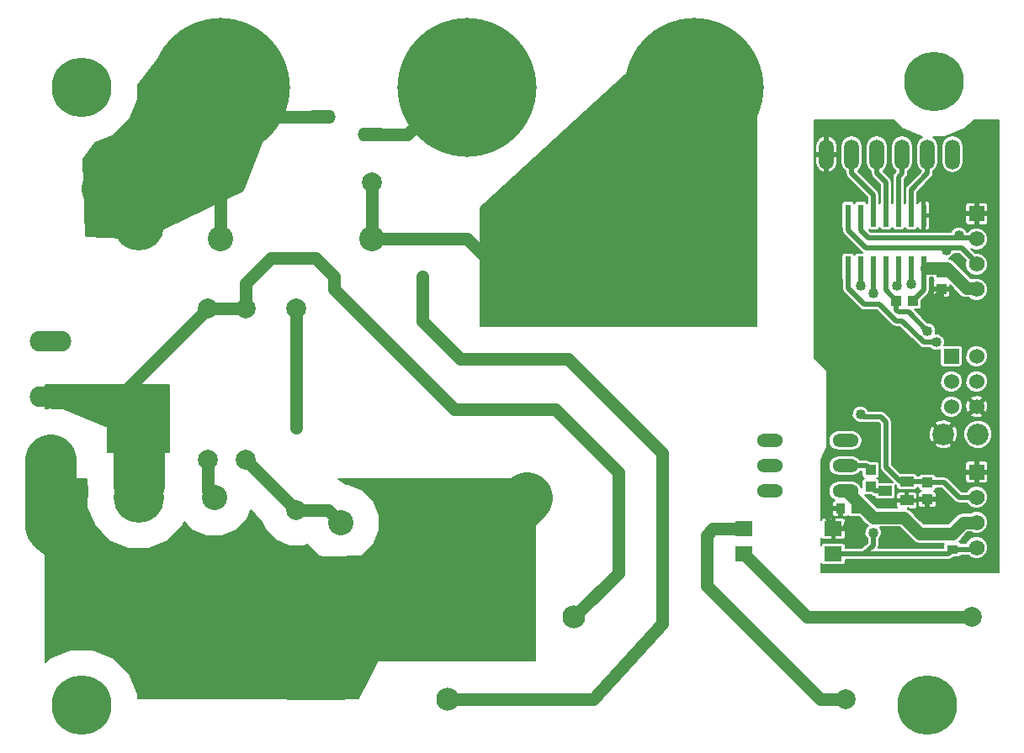
<source format=gbl>
G04 (created by PCBNEW (2013-mar-13)-testing) date Tue 07 May 2013 10:03:09 PM CEST*
%MOIN*%
G04 Gerber Fmt 3.4, Leading zero omitted, Abs format*
%FSLAX34Y34*%
G01*
G70*
G90*
G04 APERTURE LIST*
%ADD10C,2.3622e-06*%
%ADD11R,0.0708661X0.0590551*%
%ADD12C,0.551181*%
%ADD13O,0.165X0.0825*%
%ADD14O,0.0593X0.1187*%
%ADD15C,0.0787*%
%ADD16C,0.0906*%
%ADD17C,0.2*%
%ADD18C,0.0859*%
%ADD19C,0.06*%
%ADD20R,0.06X0.06*%
%ADD21R,0.062X0.062*%
%ADD22C,0.062*%
%ADD23C,0.1575*%
%ADD24O,0.112X0.056*%
%ADD25R,0.0433X0.0354*%
%ADD26C,0.1*%
%ADD27O,0.104X0.052*%
%ADD28R,0.0236X0.0866*%
%ADD29R,0.0393X0.0433*%
%ADD30C,0.2362*%
%ADD31R,0.0551X0.0393*%
%ADD32R,0.0433X0.0393*%
%ADD33R,0.0354X0.0394*%
%ADD34C,0.04*%
%ADD35C,0.05*%
%ADD36C,0.2047*%
%ADD37C,0.02*%
%ADD38C,0.008*%
%ADD39C,0.01*%
G04 APERTURE END LIST*
G54D10*
G54D11*
X67978Y-47250D03*
X67978Y-46250D03*
X71521Y-46250D03*
X71521Y-47250D03*
G54D12*
X47250Y-28750D03*
X57000Y-28750D03*
X66000Y-28750D03*
G54D13*
X40500Y-43200D03*
X40500Y-41000D03*
X40500Y-38800D03*
G54D14*
X71250Y-31400D03*
X72250Y-31400D03*
X73250Y-31400D03*
X74250Y-31400D03*
X75250Y-31400D03*
X76250Y-31400D03*
G54D15*
X72000Y-53000D03*
G54D16*
X56252Y-53000D03*
G54D17*
X44000Y-45000D03*
X44000Y-42000D03*
X44000Y-31200D03*
X44000Y-34200D03*
G54D15*
X46750Y-43500D03*
X46750Y-37500D03*
X48250Y-43500D03*
X48250Y-37500D03*
X50250Y-37500D03*
X50250Y-45500D03*
G54D18*
X77250Y-42500D03*
X75875Y-42500D03*
G54D19*
X77200Y-39400D03*
X76200Y-40400D03*
X77200Y-40400D03*
X76200Y-41400D03*
X77200Y-41400D03*
G54D20*
X76200Y-39400D03*
G54D21*
X77200Y-44000D03*
G54D22*
X77200Y-45000D03*
X77200Y-46000D03*
X77200Y-47000D03*
G54D21*
X77200Y-33750D03*
G54D22*
X77200Y-34750D03*
X77200Y-35750D03*
X77200Y-36750D03*
G54D23*
X59374Y-45000D03*
X59374Y-37126D03*
G54D24*
X51250Y-29900D03*
X53250Y-30600D03*
G54D25*
X76250Y-47062D03*
X76250Y-46438D03*
G54D26*
X52000Y-46000D03*
X52000Y-52000D03*
X47250Y-34750D03*
X53250Y-34750D03*
X47000Y-45000D03*
X47000Y-49000D03*
G54D27*
X72000Y-44750D03*
X72000Y-43750D03*
X72000Y-42750D03*
X69000Y-42750D03*
X69000Y-43750D03*
X69000Y-44750D03*
G54D28*
X75100Y-35873D03*
X74600Y-35873D03*
X74100Y-35873D03*
X73600Y-35873D03*
X73100Y-35873D03*
X72600Y-35873D03*
X72100Y-35873D03*
X72100Y-33827D03*
X72600Y-33827D03*
X73100Y-33827D03*
X73600Y-33827D03*
X74100Y-33827D03*
X74600Y-33827D03*
X75100Y-33827D03*
G54D29*
X74016Y-37200D03*
X74684Y-37200D03*
X75800Y-36066D03*
X75800Y-36734D03*
G54D30*
X41750Y-28750D03*
X75500Y-28500D03*
X41750Y-53250D03*
X75250Y-53250D03*
G54D15*
X47250Y-32500D03*
X53250Y-32500D03*
G54D31*
X74433Y-44376D03*
X74433Y-45124D03*
X73567Y-44750D03*
G54D32*
X73000Y-43916D03*
X73000Y-44584D03*
X75250Y-44416D03*
X75250Y-45084D03*
G54D33*
X72396Y-45450D03*
X71804Y-45450D03*
G54D15*
X77000Y-49750D03*
G54D16*
X61252Y-49750D03*
G54D34*
X76000Y-35200D03*
X75600Y-38850D03*
X55250Y-36250D03*
X75250Y-38400D03*
X76500Y-34600D03*
X74300Y-46700D03*
X73600Y-46700D03*
X72200Y-46700D03*
X72100Y-46100D03*
X71300Y-45600D03*
X75550Y-37850D03*
X75350Y-37250D03*
X76000Y-45750D03*
X75250Y-45750D03*
X74600Y-36550D03*
X74050Y-36600D03*
X50250Y-42250D03*
X72600Y-41700D03*
X72600Y-36600D03*
X73100Y-36900D03*
X73100Y-46400D03*
G54D35*
X57000Y-41500D02*
X56500Y-41500D01*
X57000Y-41500D02*
X60500Y-41500D01*
X63000Y-44000D02*
X60500Y-41500D01*
X49250Y-35500D02*
X51000Y-35500D01*
X48250Y-36500D02*
X49250Y-35500D01*
X48250Y-36500D02*
X48250Y-37500D01*
X51750Y-36250D02*
X51000Y-35500D01*
X51750Y-36750D02*
X51750Y-36250D01*
X56500Y-41500D02*
X51750Y-36750D01*
X46750Y-37500D02*
X43250Y-41000D01*
X43250Y-41000D02*
X40500Y-41000D01*
G54D36*
X44000Y-44500D02*
X44000Y-41500D01*
G54D35*
X63000Y-44000D02*
X63000Y-44250D01*
X63000Y-48002D02*
X61250Y-49750D01*
X63000Y-44250D02*
X63000Y-48002D01*
X63000Y-44000D02*
X63002Y-44002D01*
X46750Y-37500D02*
X48250Y-37500D01*
G54D37*
X76000Y-35200D02*
X76000Y-35100D01*
X72100Y-33827D02*
X72100Y-34400D01*
X76600Y-35100D02*
X77200Y-35700D01*
X72800Y-35100D02*
X76000Y-35100D01*
X76000Y-35100D02*
X76600Y-35100D01*
X72100Y-34400D02*
X72800Y-35100D01*
X74250Y-38000D02*
X74000Y-38000D01*
X72100Y-36700D02*
X72100Y-35873D01*
X72750Y-37350D02*
X72100Y-36700D01*
X73350Y-37350D02*
X72750Y-37350D01*
X74000Y-38000D02*
X73350Y-37350D01*
X75600Y-38850D02*
X75100Y-38850D01*
X75100Y-38850D02*
X74250Y-38000D01*
G54D35*
X64750Y-43250D02*
X61000Y-39500D01*
X61000Y-39500D02*
X60750Y-39500D01*
X55250Y-36250D02*
X55250Y-38000D01*
X55250Y-38000D02*
X56750Y-39500D01*
X56750Y-39500D02*
X60750Y-39500D01*
X53250Y-30600D02*
X54650Y-30600D01*
X54650Y-30600D02*
X57000Y-28250D01*
X56250Y-53000D02*
X62000Y-53000D01*
X64750Y-50000D02*
X64750Y-43250D01*
X62000Y-53000D02*
X64750Y-50000D01*
G54D37*
X74016Y-37200D02*
X74016Y-37566D01*
X74500Y-37650D02*
X75250Y-38400D01*
X74100Y-37650D02*
X74500Y-37650D01*
X74016Y-37566D02*
X74100Y-37650D01*
X74016Y-37200D02*
X73600Y-36784D01*
X73600Y-36784D02*
X73600Y-35873D01*
X75200Y-38350D02*
X75250Y-38400D01*
X73600Y-35873D02*
X73600Y-36684D01*
X72600Y-33827D02*
X72600Y-34400D01*
X72600Y-34400D02*
X72900Y-34700D01*
X76500Y-34600D02*
X76500Y-34700D01*
X72900Y-34700D02*
X76500Y-34700D01*
X76500Y-34700D02*
X77200Y-34700D01*
X71525Y-46250D02*
X71225Y-45675D01*
X73600Y-46700D02*
X74300Y-46700D01*
X72200Y-46200D02*
X72200Y-46700D01*
X72100Y-46100D02*
X72200Y-46200D01*
X71225Y-45675D02*
X71300Y-45600D01*
X75800Y-36734D02*
X75800Y-36800D01*
X75800Y-36800D02*
X75350Y-37250D01*
X75250Y-45084D02*
X75250Y-45750D01*
X40500Y-43200D02*
X40500Y-44150D01*
G54D36*
X50000Y-52000D02*
X47000Y-49000D01*
X40500Y-46143D02*
X40500Y-44150D01*
X40500Y-44150D02*
X40500Y-43500D01*
X59374Y-45000D02*
X56124Y-48250D01*
X43250Y-48500D02*
X40500Y-46143D01*
X40500Y-46143D02*
X40700Y-46350D01*
X43750Y-48500D02*
X43250Y-48500D01*
X56124Y-48250D02*
X43750Y-48500D01*
X52000Y-52000D02*
X50000Y-52000D01*
G54D37*
X74600Y-36550D02*
X74600Y-35873D01*
X74100Y-36550D02*
X74050Y-36600D01*
X74100Y-36550D02*
X74100Y-35873D01*
G54D35*
X53250Y-32500D02*
X53250Y-34750D01*
X53250Y-34750D02*
X56998Y-34750D01*
X56998Y-34750D02*
X59374Y-37126D01*
G54D36*
X66000Y-28250D02*
X66000Y-30500D01*
X66000Y-30500D02*
X59374Y-37126D01*
G54D37*
X73000Y-43916D02*
X72834Y-43750D01*
X72834Y-43750D02*
X72000Y-43750D01*
X73567Y-44750D02*
X73166Y-44750D01*
X73166Y-44750D02*
X73000Y-44584D01*
X73000Y-44584D02*
X73099Y-44683D01*
G54D35*
X51250Y-29900D02*
X48900Y-29900D01*
X48900Y-29900D02*
X47250Y-28250D01*
X47250Y-32500D02*
X47250Y-34750D01*
G54D36*
X42750Y-32750D02*
X47250Y-28250D01*
X47250Y-30250D02*
X43750Y-33750D01*
X47250Y-28250D02*
X47250Y-30250D01*
G54D35*
X46750Y-43500D02*
X46750Y-44750D01*
X46750Y-44750D02*
X47000Y-45000D01*
G54D37*
X73100Y-33827D02*
X73100Y-33000D01*
X72250Y-32150D02*
X72250Y-31400D01*
X73100Y-33000D02*
X72250Y-32150D01*
X73600Y-33827D02*
X73600Y-32500D01*
X73250Y-32150D02*
X73250Y-31400D01*
X73600Y-32500D02*
X73250Y-32150D01*
X74100Y-33827D02*
X74100Y-32300D01*
X74250Y-32150D02*
X74250Y-31400D01*
X74100Y-32300D02*
X74250Y-32150D01*
X74600Y-33827D02*
X74600Y-32800D01*
X75250Y-32150D02*
X75250Y-31400D01*
X74600Y-32800D02*
X75250Y-32150D01*
G54D35*
X67978Y-46250D02*
X66750Y-46250D01*
X71000Y-53000D02*
X72000Y-53000D01*
X66500Y-48500D02*
X71000Y-53000D01*
X66500Y-46500D02*
X66500Y-48500D01*
X66750Y-46250D02*
X66500Y-46500D01*
X77000Y-49750D02*
X70478Y-49750D01*
X70478Y-49750D02*
X67978Y-47250D01*
X51500Y-45500D02*
X52000Y-46000D01*
X50250Y-45500D02*
X51500Y-45500D01*
X48250Y-43500D02*
X50250Y-45500D01*
X50250Y-42250D02*
X50250Y-37500D01*
G54D37*
X75250Y-44416D02*
X75916Y-44416D01*
X76500Y-45000D02*
X77200Y-45000D01*
X75916Y-44416D02*
X76500Y-45000D01*
X74433Y-44376D02*
X75210Y-44376D01*
X75210Y-44376D02*
X75250Y-44416D01*
X72600Y-35873D02*
X72600Y-36600D01*
X74176Y-44376D02*
X74433Y-44376D01*
X73400Y-41800D02*
X72700Y-41800D01*
X73600Y-42000D02*
X73400Y-41800D01*
X73600Y-43800D02*
X73600Y-42000D01*
X74176Y-44376D02*
X73600Y-43800D01*
X72700Y-41800D02*
X72600Y-41700D01*
X75800Y-36066D02*
X75966Y-35900D01*
X75966Y-35900D02*
X76000Y-35900D01*
X75100Y-35873D02*
X75100Y-36784D01*
X75100Y-36784D02*
X74684Y-37200D01*
X72396Y-45450D02*
X72396Y-45146D01*
X72396Y-45146D02*
X72000Y-44750D01*
G54D35*
X74938Y-46438D02*
X76250Y-46438D01*
X74300Y-45800D02*
X74938Y-46438D01*
X77200Y-46000D02*
X76688Y-46000D01*
X76688Y-46000D02*
X76250Y-46438D01*
X72000Y-44750D02*
X72050Y-44750D01*
X73100Y-45800D02*
X74300Y-45800D01*
X72050Y-44750D02*
X73100Y-45800D01*
X76000Y-35900D02*
X75200Y-35900D01*
X77200Y-36700D02*
X76800Y-36700D01*
G54D37*
X75127Y-35900D02*
X75100Y-35873D01*
X75200Y-35900D02*
X75127Y-35900D01*
G54D35*
X76800Y-36700D02*
X76000Y-35900D01*
G54D37*
X71525Y-47250D02*
X72750Y-47250D01*
X73100Y-46900D02*
X73100Y-46400D01*
X72750Y-47250D02*
X73100Y-46900D01*
X73100Y-36900D02*
X73100Y-35873D01*
X73050Y-46450D02*
X73100Y-46400D01*
X76250Y-47062D02*
X77138Y-47062D01*
X77138Y-47062D02*
X77200Y-47000D01*
X71525Y-47250D02*
X76062Y-47250D01*
X76062Y-47250D02*
X76250Y-47062D01*
X71750Y-47250D02*
X71525Y-47250D01*
G54D10*
G36*
X75905Y-46828D02*
X75893Y-46857D01*
X75893Y-46912D01*
X75893Y-47010D01*
X73309Y-47010D01*
X73321Y-46991D01*
X73339Y-46900D01*
X73340Y-46900D01*
X73340Y-46640D01*
X73388Y-46592D01*
X73439Y-46467D01*
X73440Y-46332D01*
X73388Y-46207D01*
X73370Y-46190D01*
X74138Y-46190D01*
X74662Y-46713D01*
X74788Y-46798D01*
X74788Y-46798D01*
X74938Y-46828D01*
X75905Y-46828D01*
X75905Y-46828D01*
G37*
G54D38*
X75905Y-46828D02*
X75893Y-46857D01*
X75893Y-46912D01*
X75893Y-47010D01*
X73309Y-47010D01*
X73321Y-46991D01*
X73339Y-46900D01*
X73340Y-46900D01*
X73340Y-46640D01*
X73388Y-46592D01*
X73439Y-46467D01*
X73440Y-46332D01*
X73388Y-46207D01*
X73370Y-46190D01*
X74138Y-46190D01*
X74662Y-46713D01*
X74788Y-46798D01*
X74788Y-46798D01*
X74938Y-46828D01*
X75905Y-46828D01*
G54D10*
G36*
X78090Y-47960D02*
X77819Y-47960D01*
X77819Y-42387D01*
X77733Y-42177D01*
X77646Y-42090D01*
X77646Y-41445D01*
X77640Y-41379D01*
X77640Y-40312D01*
X77640Y-39312D01*
X77573Y-39151D01*
X77449Y-39027D01*
X77287Y-38960D01*
X77112Y-38959D01*
X76951Y-39026D01*
X76827Y-39150D01*
X76760Y-39312D01*
X76759Y-39487D01*
X76826Y-39648D01*
X76950Y-39772D01*
X77112Y-39839D01*
X77287Y-39840D01*
X77448Y-39773D01*
X77572Y-39649D01*
X77639Y-39487D01*
X77640Y-39312D01*
X77640Y-40312D01*
X77573Y-40151D01*
X77449Y-40027D01*
X77287Y-39960D01*
X77112Y-39959D01*
X76951Y-40026D01*
X76827Y-40150D01*
X76760Y-40312D01*
X76759Y-40487D01*
X76826Y-40648D01*
X76950Y-40772D01*
X77112Y-40839D01*
X77287Y-40840D01*
X77448Y-40773D01*
X77572Y-40649D01*
X77639Y-40487D01*
X77640Y-40312D01*
X77640Y-41379D01*
X77629Y-41271D01*
X77594Y-41187D01*
X77531Y-41153D01*
X77446Y-41237D01*
X77446Y-41068D01*
X77412Y-41005D01*
X77245Y-40953D01*
X77071Y-40970D01*
X76987Y-41005D01*
X76953Y-41068D01*
X77200Y-41315D01*
X77446Y-41068D01*
X77446Y-41237D01*
X77284Y-41400D01*
X77531Y-41646D01*
X77594Y-41612D01*
X77646Y-41445D01*
X77646Y-42090D01*
X77573Y-42017D01*
X77446Y-41965D01*
X77446Y-41731D01*
X77200Y-41484D01*
X77115Y-41569D01*
X77115Y-41400D01*
X76868Y-41153D01*
X76805Y-41187D01*
X76753Y-41354D01*
X76770Y-41528D01*
X76805Y-41612D01*
X76868Y-41646D01*
X77115Y-41400D01*
X77115Y-41569D01*
X76953Y-41731D01*
X76987Y-41794D01*
X77154Y-41846D01*
X77328Y-41829D01*
X77412Y-41794D01*
X77446Y-41731D01*
X77446Y-41965D01*
X77363Y-41930D01*
X77137Y-41930D01*
X76927Y-42016D01*
X76767Y-42176D01*
X76680Y-42386D01*
X76680Y-42612D01*
X76766Y-42822D01*
X76926Y-42982D01*
X77136Y-43069D01*
X77362Y-43069D01*
X77572Y-42983D01*
X77732Y-42823D01*
X77819Y-42613D01*
X77819Y-42387D01*
X77819Y-47960D01*
X75500Y-47960D01*
X74750Y-47960D01*
X71040Y-47960D01*
X71040Y-47603D01*
X71048Y-47624D01*
X71087Y-47663D01*
X71139Y-47685D01*
X71195Y-47685D01*
X71903Y-47685D01*
X71955Y-47664D01*
X71994Y-47624D01*
X72015Y-47573D01*
X72016Y-47517D01*
X72016Y-47490D01*
X72750Y-47490D01*
X76062Y-47490D01*
X76153Y-47471D01*
X76231Y-47419D01*
X76272Y-47379D01*
X76494Y-47379D01*
X76545Y-47357D01*
X76585Y-47318D01*
X76591Y-47302D01*
X76865Y-47302D01*
X76944Y-47381D01*
X77110Y-47449D01*
X77289Y-47450D01*
X77454Y-47381D01*
X77581Y-47255D01*
X77649Y-47089D01*
X77650Y-46910D01*
X77581Y-46745D01*
X77455Y-46618D01*
X77289Y-46550D01*
X77110Y-46549D01*
X76945Y-46618D01*
X76818Y-46744D01*
X76786Y-46822D01*
X76591Y-46822D01*
X76585Y-46805D01*
X76545Y-46766D01*
X76506Y-46749D01*
X76545Y-46733D01*
X76585Y-46694D01*
X76606Y-46642D01*
X76606Y-46633D01*
X76849Y-46390D01*
X76965Y-46390D01*
X77110Y-46449D01*
X77289Y-46450D01*
X77454Y-46381D01*
X77581Y-46255D01*
X77649Y-46089D01*
X77650Y-45910D01*
X77581Y-45745D01*
X77455Y-45618D01*
X77289Y-45550D01*
X77110Y-45549D01*
X76965Y-45610D01*
X76688Y-45610D01*
X76538Y-45639D01*
X76412Y-45724D01*
X76412Y-45724D01*
X76412Y-45724D01*
X76088Y-46048D01*
X75606Y-46048D01*
X75606Y-45308D01*
X75606Y-45179D01*
X75571Y-45144D01*
X75310Y-45144D01*
X75310Y-45385D01*
X75345Y-45420D01*
X75438Y-45420D01*
X75494Y-45420D01*
X75545Y-45399D01*
X75585Y-45359D01*
X75606Y-45308D01*
X75606Y-46048D01*
X75190Y-46048D01*
X75190Y-45385D01*
X75190Y-45144D01*
X74928Y-45144D01*
X74893Y-45179D01*
X74893Y-45308D01*
X74914Y-45359D01*
X74954Y-45399D01*
X75005Y-45420D01*
X75061Y-45420D01*
X75155Y-45420D01*
X75190Y-45385D01*
X75190Y-46048D01*
X75099Y-46048D01*
X74848Y-45796D01*
X74575Y-45524D01*
X74480Y-45460D01*
X74493Y-45460D01*
X74493Y-45425D01*
X74528Y-45460D01*
X74680Y-45460D01*
X74736Y-45460D01*
X74787Y-45439D01*
X74827Y-45399D01*
X74848Y-45348D01*
X74848Y-44899D01*
X74827Y-44848D01*
X74787Y-44808D01*
X74736Y-44787D01*
X74680Y-44787D01*
X74528Y-44787D01*
X74493Y-44822D01*
X74493Y-45064D01*
X74813Y-45064D01*
X74848Y-45029D01*
X74848Y-44899D01*
X74848Y-45348D01*
X74848Y-45219D01*
X74813Y-45184D01*
X74493Y-45184D01*
X74493Y-45191D01*
X74373Y-45191D01*
X74373Y-45184D01*
X74373Y-45064D01*
X74373Y-44822D01*
X74338Y-44787D01*
X74185Y-44787D01*
X74129Y-44787D01*
X74078Y-44808D01*
X74038Y-44848D01*
X74017Y-44899D01*
X74017Y-45029D01*
X74052Y-45064D01*
X74373Y-45064D01*
X74373Y-45184D01*
X74052Y-45184D01*
X74017Y-45219D01*
X74017Y-45348D01*
X74038Y-45399D01*
X74049Y-45410D01*
X73261Y-45410D01*
X72772Y-44920D01*
X72811Y-44920D01*
X72997Y-44920D01*
X73074Y-44971D01*
X73157Y-44988D01*
X73172Y-45025D01*
X73212Y-45065D01*
X73263Y-45086D01*
X73319Y-45086D01*
X73870Y-45086D01*
X73921Y-45065D01*
X73961Y-45025D01*
X73982Y-44974D01*
X73982Y-44918D01*
X73982Y-44525D01*
X73979Y-44519D01*
X74006Y-44545D01*
X74017Y-44553D01*
X74017Y-44600D01*
X74038Y-44651D01*
X74078Y-44691D01*
X74129Y-44712D01*
X74185Y-44712D01*
X74736Y-44712D01*
X74787Y-44691D01*
X74827Y-44651D01*
X74842Y-44616D01*
X74893Y-44616D01*
X74893Y-44640D01*
X74914Y-44691D01*
X74954Y-44731D01*
X74999Y-44750D01*
X74954Y-44768D01*
X74914Y-44808D01*
X74893Y-44859D01*
X74893Y-44989D01*
X74928Y-45024D01*
X75190Y-45024D01*
X75190Y-45016D01*
X75310Y-45016D01*
X75310Y-45024D01*
X75571Y-45024D01*
X75606Y-44989D01*
X75606Y-44859D01*
X75585Y-44808D01*
X75545Y-44768D01*
X75500Y-44749D01*
X75545Y-44731D01*
X75585Y-44691D01*
X75600Y-44656D01*
X75816Y-44656D01*
X76330Y-45169D01*
X76330Y-45169D01*
X76408Y-45221D01*
X76499Y-45239D01*
X76500Y-45240D01*
X76812Y-45240D01*
X76818Y-45254D01*
X76944Y-45381D01*
X77110Y-45449D01*
X77289Y-45450D01*
X77454Y-45381D01*
X77581Y-45255D01*
X77649Y-45089D01*
X77650Y-44910D01*
X77650Y-44910D01*
X77650Y-44337D01*
X77650Y-43662D01*
X77628Y-43610D01*
X77589Y-43571D01*
X77537Y-43550D01*
X77482Y-43549D01*
X77295Y-43550D01*
X77260Y-43585D01*
X77260Y-43940D01*
X77615Y-43940D01*
X77650Y-43905D01*
X77650Y-43662D01*
X77650Y-44337D01*
X77650Y-44095D01*
X77615Y-44060D01*
X77260Y-44060D01*
X77260Y-44415D01*
X77295Y-44450D01*
X77482Y-44450D01*
X77537Y-44449D01*
X77589Y-44428D01*
X77628Y-44389D01*
X77650Y-44337D01*
X77650Y-44910D01*
X77581Y-44745D01*
X77455Y-44618D01*
X77289Y-44550D01*
X77140Y-44549D01*
X77140Y-44415D01*
X77140Y-44060D01*
X77140Y-43940D01*
X77140Y-43585D01*
X77105Y-43550D01*
X76917Y-43549D01*
X76862Y-43550D01*
X76810Y-43571D01*
X76771Y-43610D01*
X76749Y-43662D01*
X76750Y-43905D01*
X76785Y-43940D01*
X77140Y-43940D01*
X77140Y-44060D01*
X76785Y-44060D01*
X76750Y-44095D01*
X76749Y-44337D01*
X76771Y-44389D01*
X76810Y-44428D01*
X76862Y-44449D01*
X76917Y-44450D01*
X77105Y-44450D01*
X77140Y-44415D01*
X77140Y-44549D01*
X77110Y-44549D01*
X76945Y-44618D01*
X76818Y-44744D01*
X76812Y-44760D01*
X76640Y-44760D01*
X76640Y-41312D01*
X76640Y-40312D01*
X76573Y-40151D01*
X76449Y-40027D01*
X76287Y-39960D01*
X76112Y-39959D01*
X75951Y-40026D01*
X75827Y-40150D01*
X75760Y-40312D01*
X75759Y-40487D01*
X75826Y-40648D01*
X75950Y-40772D01*
X76112Y-40839D01*
X76287Y-40840D01*
X76448Y-40773D01*
X76572Y-40649D01*
X76639Y-40487D01*
X76640Y-40312D01*
X76640Y-41312D01*
X76573Y-41151D01*
X76449Y-41027D01*
X76287Y-40960D01*
X76112Y-40959D01*
X75951Y-41026D01*
X75827Y-41150D01*
X75760Y-41312D01*
X75759Y-41487D01*
X75826Y-41648D01*
X75950Y-41772D01*
X76112Y-41839D01*
X76287Y-41840D01*
X76448Y-41773D01*
X76572Y-41649D01*
X76639Y-41487D01*
X76640Y-41312D01*
X76640Y-44760D01*
X76599Y-44760D01*
X76450Y-44611D01*
X76450Y-42576D01*
X76436Y-42350D01*
X76377Y-42209D01*
X76300Y-42158D01*
X76216Y-42243D01*
X76216Y-42074D01*
X76165Y-41997D01*
X75951Y-41924D01*
X75725Y-41938D01*
X75584Y-41997D01*
X75533Y-42074D01*
X75875Y-42415D01*
X76216Y-42074D01*
X76216Y-42243D01*
X75959Y-42500D01*
X76300Y-42841D01*
X76377Y-42790D01*
X76450Y-42576D01*
X76450Y-44611D01*
X76216Y-44376D01*
X76216Y-42925D01*
X75875Y-42584D01*
X75790Y-42669D01*
X75790Y-42500D01*
X75449Y-42158D01*
X75372Y-42209D01*
X75299Y-42423D01*
X75313Y-42649D01*
X75372Y-42790D01*
X75449Y-42841D01*
X75790Y-42500D01*
X75790Y-42669D01*
X75533Y-42925D01*
X75584Y-43002D01*
X75798Y-43075D01*
X76024Y-43061D01*
X76165Y-43002D01*
X76216Y-42925D01*
X76216Y-44376D01*
X76085Y-44246D01*
X76007Y-44194D01*
X75916Y-44176D01*
X75600Y-44176D01*
X75585Y-44140D01*
X75545Y-44100D01*
X75494Y-44079D01*
X75438Y-44079D01*
X75005Y-44079D01*
X74954Y-44100D01*
X74918Y-44136D01*
X74842Y-44136D01*
X74827Y-44100D01*
X74787Y-44060D01*
X74736Y-44039D01*
X74680Y-44039D01*
X74178Y-44039D01*
X73840Y-43700D01*
X73840Y-42000D01*
X73821Y-41908D01*
X73769Y-41830D01*
X73769Y-41830D01*
X73569Y-41630D01*
X73491Y-41578D01*
X73400Y-41560D01*
X72910Y-41560D01*
X72888Y-41507D01*
X72792Y-41411D01*
X72667Y-41360D01*
X72532Y-41359D01*
X72407Y-41411D01*
X72311Y-41507D01*
X72260Y-41632D01*
X72259Y-41767D01*
X72311Y-41892D01*
X72407Y-41988D01*
X72532Y-42039D01*
X72667Y-42040D01*
X72678Y-42035D01*
X72678Y-42035D01*
X72700Y-42040D01*
X73300Y-42040D01*
X73360Y-42099D01*
X73360Y-43800D01*
X73378Y-43891D01*
X73430Y-43969D01*
X73876Y-44416D01*
X73870Y-44413D01*
X73814Y-44413D01*
X73356Y-44413D01*
X73356Y-44359D01*
X73335Y-44308D01*
X73295Y-44268D01*
X73250Y-44249D01*
X73295Y-44231D01*
X73335Y-44191D01*
X73356Y-44140D01*
X73356Y-44084D01*
X73356Y-43691D01*
X73335Y-43640D01*
X73295Y-43600D01*
X73244Y-43579D01*
X73188Y-43579D01*
X73002Y-43579D01*
X72925Y-43528D01*
X72834Y-43510D01*
X72672Y-43510D01*
X72672Y-42750D01*
X72642Y-42596D01*
X72555Y-42467D01*
X72426Y-42380D01*
X72272Y-42350D01*
X71727Y-42350D01*
X71686Y-42358D01*
X71686Y-31757D01*
X71686Y-31460D01*
X71686Y-31340D01*
X71686Y-31043D01*
X71630Y-30880D01*
X71516Y-30751D01*
X71376Y-30685D01*
X71310Y-30706D01*
X71310Y-31340D01*
X71686Y-31340D01*
X71686Y-31460D01*
X71310Y-31460D01*
X71310Y-32093D01*
X71376Y-32114D01*
X71516Y-32048D01*
X71630Y-31919D01*
X71686Y-31757D01*
X71686Y-42358D01*
X71573Y-42380D01*
X71444Y-42467D01*
X71357Y-42596D01*
X71327Y-42750D01*
X71357Y-42903D01*
X71444Y-43032D01*
X71573Y-43119D01*
X71727Y-43150D01*
X72272Y-43150D01*
X72426Y-43119D01*
X72555Y-43032D01*
X72642Y-42903D01*
X72672Y-42750D01*
X72672Y-43510D01*
X72584Y-43510D01*
X72555Y-43467D01*
X72426Y-43380D01*
X72272Y-43350D01*
X71727Y-43350D01*
X71573Y-43380D01*
X71444Y-43467D01*
X71357Y-43596D01*
X71327Y-43750D01*
X71357Y-43903D01*
X71444Y-44032D01*
X71573Y-44119D01*
X71727Y-44150D01*
X72272Y-44150D01*
X72426Y-44119D01*
X72555Y-44032D01*
X72584Y-43990D01*
X72643Y-43990D01*
X72643Y-44140D01*
X72664Y-44191D01*
X72704Y-44231D01*
X72749Y-44250D01*
X72704Y-44268D01*
X72664Y-44308D01*
X72643Y-44359D01*
X72643Y-44415D01*
X72643Y-44601D01*
X72642Y-44596D01*
X72555Y-44467D01*
X72426Y-44380D01*
X72272Y-44350D01*
X71727Y-44350D01*
X71573Y-44380D01*
X71444Y-44467D01*
X71357Y-44596D01*
X71327Y-44750D01*
X71357Y-44903D01*
X71444Y-45032D01*
X71573Y-45119D01*
X71580Y-45120D01*
X71547Y-45134D01*
X71508Y-45173D01*
X71487Y-45225D01*
X71486Y-45280D01*
X71487Y-45355D01*
X71522Y-45390D01*
X71744Y-45390D01*
X71744Y-45382D01*
X71864Y-45382D01*
X71864Y-45390D01*
X71871Y-45390D01*
X71871Y-45510D01*
X71864Y-45510D01*
X71864Y-45752D01*
X71899Y-45787D01*
X72008Y-45787D01*
X72060Y-45765D01*
X72099Y-45726D01*
X72099Y-45725D01*
X72100Y-45726D01*
X72139Y-45765D01*
X72191Y-45786D01*
X72246Y-45787D01*
X72535Y-45787D01*
X72824Y-46075D01*
X72895Y-46123D01*
X72811Y-46207D01*
X72760Y-46332D01*
X72759Y-46467D01*
X72811Y-46592D01*
X72860Y-46640D01*
X72860Y-46800D01*
X72650Y-47010D01*
X72016Y-47010D01*
X72016Y-46926D01*
X72016Y-46517D01*
X72016Y-45982D01*
X72015Y-45926D01*
X71994Y-45875D01*
X71955Y-45835D01*
X71903Y-45814D01*
X71744Y-45814D01*
X71744Y-45752D01*
X71744Y-45510D01*
X71522Y-45510D01*
X71487Y-45545D01*
X71486Y-45619D01*
X71487Y-45674D01*
X71508Y-45726D01*
X71547Y-45765D01*
X71599Y-45787D01*
X71709Y-45787D01*
X71744Y-45752D01*
X71744Y-45814D01*
X71616Y-45814D01*
X71581Y-45849D01*
X71581Y-46190D01*
X71980Y-46190D01*
X72015Y-46155D01*
X72016Y-45982D01*
X72016Y-46517D01*
X72015Y-46345D01*
X71980Y-46310D01*
X71581Y-46310D01*
X71581Y-46650D01*
X71616Y-46685D01*
X71903Y-46685D01*
X71955Y-46664D01*
X71994Y-46624D01*
X72015Y-46573D01*
X72016Y-46517D01*
X72016Y-46926D01*
X71994Y-46875D01*
X71955Y-46836D01*
X71903Y-46814D01*
X71848Y-46814D01*
X71139Y-46814D01*
X71088Y-46835D01*
X71048Y-46875D01*
X71040Y-46896D01*
X71040Y-46603D01*
X71048Y-46624D01*
X71088Y-46664D01*
X71139Y-46685D01*
X71426Y-46685D01*
X71461Y-46650D01*
X71461Y-46310D01*
X71453Y-46310D01*
X71453Y-46190D01*
X71461Y-46190D01*
X71461Y-45849D01*
X71426Y-45814D01*
X71139Y-45814D01*
X71088Y-45835D01*
X71048Y-45875D01*
X71040Y-45896D01*
X71040Y-43509D01*
X71290Y-43009D01*
X71290Y-39983D01*
X71190Y-39883D01*
X71190Y-32093D01*
X71190Y-31460D01*
X71190Y-31340D01*
X71190Y-30706D01*
X71123Y-30685D01*
X70983Y-30751D01*
X70869Y-30880D01*
X70813Y-31043D01*
X70813Y-31340D01*
X71190Y-31340D01*
X71190Y-31460D01*
X70813Y-31460D01*
X70813Y-31757D01*
X70869Y-31919D01*
X70983Y-32048D01*
X71123Y-32114D01*
X71190Y-32093D01*
X71190Y-39883D01*
X70790Y-39483D01*
X70790Y-30040D01*
X73899Y-30040D01*
X74240Y-30381D01*
X75040Y-30713D01*
X74941Y-30779D01*
X74846Y-30921D01*
X74813Y-31088D01*
X74813Y-31711D01*
X74846Y-31878D01*
X74941Y-32020D01*
X75000Y-32059D01*
X74430Y-32630D01*
X74378Y-32708D01*
X74360Y-32800D01*
X74360Y-33322D01*
X74349Y-33346D01*
X74340Y-33322D01*
X74340Y-32399D01*
X74419Y-32319D01*
X74419Y-32319D01*
X74471Y-32241D01*
X74489Y-32150D01*
X74490Y-32150D01*
X74490Y-32065D01*
X74558Y-32020D01*
X74653Y-31878D01*
X74686Y-31711D01*
X74686Y-31088D01*
X74653Y-30921D01*
X74558Y-30779D01*
X74417Y-30685D01*
X74250Y-30652D01*
X74082Y-30685D01*
X73941Y-30779D01*
X73846Y-30921D01*
X73813Y-31088D01*
X73813Y-31711D01*
X73846Y-31878D01*
X73941Y-32020D01*
X74000Y-32059D01*
X73930Y-32130D01*
X73878Y-32208D01*
X73860Y-32300D01*
X73860Y-33322D01*
X73849Y-33346D01*
X73840Y-33322D01*
X73840Y-32500D01*
X73839Y-32499D01*
X73821Y-32408D01*
X73769Y-32330D01*
X73769Y-32330D01*
X73499Y-32059D01*
X73558Y-32020D01*
X73653Y-31878D01*
X73686Y-31711D01*
X73686Y-31088D01*
X73653Y-30921D01*
X73558Y-30779D01*
X73417Y-30685D01*
X73250Y-30652D01*
X73082Y-30685D01*
X72941Y-30779D01*
X72846Y-30921D01*
X72813Y-31088D01*
X72813Y-31711D01*
X72846Y-31878D01*
X72941Y-32020D01*
X73010Y-32065D01*
X73010Y-32150D01*
X73028Y-32241D01*
X73080Y-32319D01*
X73360Y-32599D01*
X73360Y-33322D01*
X73349Y-33346D01*
X73340Y-33322D01*
X73340Y-33000D01*
X73321Y-32908D01*
X73269Y-32830D01*
X72499Y-32059D01*
X72558Y-32020D01*
X72653Y-31878D01*
X72686Y-31711D01*
X72686Y-31088D01*
X72653Y-30921D01*
X72558Y-30779D01*
X72417Y-30685D01*
X72250Y-30652D01*
X72082Y-30685D01*
X71941Y-30779D01*
X71846Y-30921D01*
X71813Y-31088D01*
X71813Y-31711D01*
X71846Y-31878D01*
X71941Y-32020D01*
X72010Y-32065D01*
X72010Y-32150D01*
X72028Y-32241D01*
X72080Y-32319D01*
X72860Y-33099D01*
X72860Y-33322D01*
X72849Y-33346D01*
X72836Y-33314D01*
X72797Y-33275D01*
X72745Y-33254D01*
X72690Y-33253D01*
X72454Y-33253D01*
X72402Y-33275D01*
X72363Y-33314D01*
X72349Y-33346D01*
X72336Y-33314D01*
X72297Y-33275D01*
X72245Y-33254D01*
X72190Y-33253D01*
X71954Y-33253D01*
X71902Y-33275D01*
X71863Y-33314D01*
X71842Y-33366D01*
X71841Y-33421D01*
X71841Y-34287D01*
X71860Y-34331D01*
X71860Y-34400D01*
X71878Y-34491D01*
X71930Y-34569D01*
X72630Y-35269D01*
X72630Y-35269D01*
X72675Y-35299D01*
X72454Y-35299D01*
X72402Y-35321D01*
X72363Y-35360D01*
X72349Y-35392D01*
X72336Y-35360D01*
X72297Y-35321D01*
X72245Y-35300D01*
X72190Y-35299D01*
X71954Y-35299D01*
X71902Y-35321D01*
X71863Y-35360D01*
X71842Y-35412D01*
X71841Y-35467D01*
X71841Y-36333D01*
X71860Y-36377D01*
X71860Y-36700D01*
X71878Y-36791D01*
X71930Y-36869D01*
X72580Y-37519D01*
X72580Y-37519D01*
X72658Y-37571D01*
X72750Y-37590D01*
X73250Y-37590D01*
X73830Y-38169D01*
X73830Y-38169D01*
X73908Y-38221D01*
X74000Y-38240D01*
X74150Y-38240D01*
X74930Y-39019D01*
X75008Y-39071D01*
X75100Y-39090D01*
X75359Y-39090D01*
X75407Y-39138D01*
X75532Y-39189D01*
X75667Y-39190D01*
X75759Y-39151D01*
X75759Y-39727D01*
X75781Y-39779D01*
X75820Y-39818D01*
X75872Y-39839D01*
X75927Y-39840D01*
X76227Y-39840D01*
X76527Y-39840D01*
X76579Y-39818D01*
X76618Y-39779D01*
X76639Y-39727D01*
X76640Y-39672D01*
X76640Y-39072D01*
X76618Y-39020D01*
X76579Y-38981D01*
X76527Y-38960D01*
X76472Y-38959D01*
X76172Y-38959D01*
X76136Y-38959D01*
X76136Y-36978D01*
X76136Y-36829D01*
X76101Y-36794D01*
X75860Y-36794D01*
X75860Y-37055D01*
X75895Y-37090D01*
X75968Y-37090D01*
X76024Y-37090D01*
X76075Y-37069D01*
X76115Y-37029D01*
X76136Y-36978D01*
X76136Y-38959D01*
X75922Y-38959D01*
X75939Y-38917D01*
X75940Y-38782D01*
X75888Y-38657D01*
X75792Y-38561D01*
X75740Y-38539D01*
X75740Y-37055D01*
X75740Y-36794D01*
X75498Y-36794D01*
X75463Y-36829D01*
X75463Y-36978D01*
X75484Y-37029D01*
X75524Y-37069D01*
X75575Y-37090D01*
X75631Y-37090D01*
X75705Y-37090D01*
X75740Y-37055D01*
X75740Y-38539D01*
X75667Y-38510D01*
X75572Y-38509D01*
X75589Y-38467D01*
X75590Y-38332D01*
X75538Y-38207D01*
X75442Y-38111D01*
X75317Y-38060D01*
X75249Y-38059D01*
X74745Y-37556D01*
X74908Y-37556D01*
X74959Y-37535D01*
X74999Y-37495D01*
X75020Y-37444D01*
X75020Y-37388D01*
X75020Y-37202D01*
X75269Y-36953D01*
X75269Y-36953D01*
X75321Y-36875D01*
X75339Y-36784D01*
X75340Y-36784D01*
X75340Y-36377D01*
X75357Y-36333D01*
X75358Y-36290D01*
X75463Y-36290D01*
X75463Y-36310D01*
X75484Y-36361D01*
X75522Y-36400D01*
X75484Y-36438D01*
X75463Y-36489D01*
X75463Y-36639D01*
X75498Y-36674D01*
X75740Y-36674D01*
X75740Y-36666D01*
X75860Y-36666D01*
X75860Y-36674D01*
X76101Y-36674D01*
X76136Y-36639D01*
X76136Y-36588D01*
X76524Y-36975D01*
X76524Y-36975D01*
X76650Y-37060D01*
X76650Y-37060D01*
X76799Y-37089D01*
X76800Y-37090D01*
X76903Y-37090D01*
X76944Y-37131D01*
X77110Y-37199D01*
X77289Y-37200D01*
X77454Y-37131D01*
X77581Y-37005D01*
X77649Y-36839D01*
X77650Y-36660D01*
X77581Y-36495D01*
X77455Y-36368D01*
X77289Y-36300D01*
X77110Y-36299D01*
X77086Y-36310D01*
X76961Y-36310D01*
X76275Y-35624D01*
X76149Y-35539D01*
X76094Y-35528D01*
X76192Y-35488D01*
X76288Y-35392D01*
X76310Y-35340D01*
X76500Y-35340D01*
X76770Y-35610D01*
X76750Y-35660D01*
X76749Y-35839D01*
X76818Y-36004D01*
X76944Y-36131D01*
X77110Y-36199D01*
X77289Y-36200D01*
X77454Y-36131D01*
X77581Y-36005D01*
X77649Y-35839D01*
X77650Y-35660D01*
X77581Y-35495D01*
X77455Y-35368D01*
X77289Y-35300D01*
X77139Y-35299D01*
X76989Y-35149D01*
X77110Y-35199D01*
X77289Y-35200D01*
X77454Y-35131D01*
X77581Y-35005D01*
X77649Y-34839D01*
X77650Y-34660D01*
X77650Y-34660D01*
X77650Y-34087D01*
X77650Y-33412D01*
X77628Y-33360D01*
X77589Y-33321D01*
X77537Y-33300D01*
X77482Y-33299D01*
X77295Y-33300D01*
X77260Y-33335D01*
X77260Y-33690D01*
X77615Y-33690D01*
X77650Y-33655D01*
X77650Y-33412D01*
X77650Y-34087D01*
X77650Y-33845D01*
X77615Y-33810D01*
X77260Y-33810D01*
X77260Y-34165D01*
X77295Y-34200D01*
X77482Y-34200D01*
X77537Y-34199D01*
X77589Y-34178D01*
X77628Y-34139D01*
X77650Y-34087D01*
X77650Y-34660D01*
X77581Y-34495D01*
X77455Y-34368D01*
X77289Y-34300D01*
X77140Y-34299D01*
X77140Y-34165D01*
X77140Y-33810D01*
X77140Y-33690D01*
X77140Y-33335D01*
X77105Y-33300D01*
X76917Y-33299D01*
X76862Y-33300D01*
X76810Y-33321D01*
X76771Y-33360D01*
X76749Y-33412D01*
X76750Y-33655D01*
X76785Y-33690D01*
X77140Y-33690D01*
X77140Y-33810D01*
X76785Y-33810D01*
X76750Y-33845D01*
X76749Y-34087D01*
X76771Y-34139D01*
X76810Y-34178D01*
X76862Y-34199D01*
X76917Y-34200D01*
X77105Y-34200D01*
X77140Y-34165D01*
X77140Y-34299D01*
X77110Y-34299D01*
X76945Y-34368D01*
X76853Y-34460D01*
X76810Y-34460D01*
X76788Y-34407D01*
X76692Y-34311D01*
X76686Y-34309D01*
X76686Y-31711D01*
X76686Y-31088D01*
X76653Y-30921D01*
X76558Y-30779D01*
X76417Y-30685D01*
X76250Y-30652D01*
X76082Y-30685D01*
X75941Y-30779D01*
X75846Y-30921D01*
X75813Y-31088D01*
X75813Y-31711D01*
X75846Y-31878D01*
X75941Y-32020D01*
X76082Y-32114D01*
X76250Y-32147D01*
X76417Y-32114D01*
X76558Y-32020D01*
X76653Y-31878D01*
X76686Y-31711D01*
X76686Y-34309D01*
X76567Y-34260D01*
X76432Y-34259D01*
X76307Y-34311D01*
X76211Y-34407D01*
X76189Y-34460D01*
X75358Y-34460D01*
X75358Y-34232D01*
X75358Y-33421D01*
X75357Y-33366D01*
X75336Y-33314D01*
X75297Y-33275D01*
X75245Y-33253D01*
X75194Y-33254D01*
X75159Y-33289D01*
X75159Y-33767D01*
X75323Y-33767D01*
X75358Y-33732D01*
X75358Y-33421D01*
X75358Y-34232D01*
X75358Y-33922D01*
X75323Y-33887D01*
X75159Y-33887D01*
X75159Y-34365D01*
X75194Y-34400D01*
X75245Y-34400D01*
X75297Y-34378D01*
X75336Y-34339D01*
X75357Y-34287D01*
X75358Y-34232D01*
X75358Y-34460D01*
X72999Y-34460D01*
X72928Y-34389D01*
X72954Y-34399D01*
X73009Y-34400D01*
X73245Y-34400D01*
X73297Y-34378D01*
X73336Y-34339D01*
X73350Y-34307D01*
X73363Y-34339D01*
X73402Y-34378D01*
X73454Y-34399D01*
X73509Y-34400D01*
X73745Y-34400D01*
X73797Y-34378D01*
X73836Y-34339D01*
X73850Y-34307D01*
X73863Y-34339D01*
X73902Y-34378D01*
X73954Y-34399D01*
X74009Y-34400D01*
X74245Y-34400D01*
X74297Y-34378D01*
X74336Y-34339D01*
X74350Y-34307D01*
X74363Y-34339D01*
X74402Y-34378D01*
X74454Y-34399D01*
X74509Y-34400D01*
X74745Y-34400D01*
X74797Y-34378D01*
X74836Y-34339D01*
X74850Y-34307D01*
X74863Y-34339D01*
X74902Y-34378D01*
X74954Y-34400D01*
X75006Y-34400D01*
X75041Y-34365D01*
X75041Y-33887D01*
X75032Y-33887D01*
X75032Y-33767D01*
X75041Y-33767D01*
X75041Y-33289D01*
X75006Y-33254D01*
X74954Y-33253D01*
X74902Y-33275D01*
X74863Y-33314D01*
X74849Y-33346D01*
X74840Y-33322D01*
X74840Y-32899D01*
X75419Y-32319D01*
X75419Y-32319D01*
X75471Y-32241D01*
X75489Y-32150D01*
X75490Y-32150D01*
X75490Y-32065D01*
X75558Y-32020D01*
X75653Y-31878D01*
X75686Y-31711D01*
X75686Y-31088D01*
X75653Y-30921D01*
X75558Y-30779D01*
X75470Y-30720D01*
X75939Y-30721D01*
X76756Y-30383D01*
X77101Y-30040D01*
X78090Y-30040D01*
X78090Y-47960D01*
X78090Y-47960D01*
G37*
G54D38*
X78090Y-47960D02*
X77819Y-47960D01*
X77819Y-42387D01*
X77733Y-42177D01*
X77646Y-42090D01*
X77646Y-41445D01*
X77640Y-41379D01*
X77640Y-40312D01*
X77640Y-39312D01*
X77573Y-39151D01*
X77449Y-39027D01*
X77287Y-38960D01*
X77112Y-38959D01*
X76951Y-39026D01*
X76827Y-39150D01*
X76760Y-39312D01*
X76759Y-39487D01*
X76826Y-39648D01*
X76950Y-39772D01*
X77112Y-39839D01*
X77287Y-39840D01*
X77448Y-39773D01*
X77572Y-39649D01*
X77639Y-39487D01*
X77640Y-39312D01*
X77640Y-40312D01*
X77573Y-40151D01*
X77449Y-40027D01*
X77287Y-39960D01*
X77112Y-39959D01*
X76951Y-40026D01*
X76827Y-40150D01*
X76760Y-40312D01*
X76759Y-40487D01*
X76826Y-40648D01*
X76950Y-40772D01*
X77112Y-40839D01*
X77287Y-40840D01*
X77448Y-40773D01*
X77572Y-40649D01*
X77639Y-40487D01*
X77640Y-40312D01*
X77640Y-41379D01*
X77629Y-41271D01*
X77594Y-41187D01*
X77531Y-41153D01*
X77446Y-41237D01*
X77446Y-41068D01*
X77412Y-41005D01*
X77245Y-40953D01*
X77071Y-40970D01*
X76987Y-41005D01*
X76953Y-41068D01*
X77200Y-41315D01*
X77446Y-41068D01*
X77446Y-41237D01*
X77284Y-41400D01*
X77531Y-41646D01*
X77594Y-41612D01*
X77646Y-41445D01*
X77646Y-42090D01*
X77573Y-42017D01*
X77446Y-41965D01*
X77446Y-41731D01*
X77200Y-41484D01*
X77115Y-41569D01*
X77115Y-41400D01*
X76868Y-41153D01*
X76805Y-41187D01*
X76753Y-41354D01*
X76770Y-41528D01*
X76805Y-41612D01*
X76868Y-41646D01*
X77115Y-41400D01*
X77115Y-41569D01*
X76953Y-41731D01*
X76987Y-41794D01*
X77154Y-41846D01*
X77328Y-41829D01*
X77412Y-41794D01*
X77446Y-41731D01*
X77446Y-41965D01*
X77363Y-41930D01*
X77137Y-41930D01*
X76927Y-42016D01*
X76767Y-42176D01*
X76680Y-42386D01*
X76680Y-42612D01*
X76766Y-42822D01*
X76926Y-42982D01*
X77136Y-43069D01*
X77362Y-43069D01*
X77572Y-42983D01*
X77732Y-42823D01*
X77819Y-42613D01*
X77819Y-42387D01*
X77819Y-47960D01*
X75500Y-47960D01*
X74750Y-47960D01*
X71040Y-47960D01*
X71040Y-47603D01*
X71048Y-47624D01*
X71087Y-47663D01*
X71139Y-47685D01*
X71195Y-47685D01*
X71903Y-47685D01*
X71955Y-47664D01*
X71994Y-47624D01*
X72015Y-47573D01*
X72016Y-47517D01*
X72016Y-47490D01*
X72750Y-47490D01*
X76062Y-47490D01*
X76153Y-47471D01*
X76231Y-47419D01*
X76272Y-47379D01*
X76494Y-47379D01*
X76545Y-47357D01*
X76585Y-47318D01*
X76591Y-47302D01*
X76865Y-47302D01*
X76944Y-47381D01*
X77110Y-47449D01*
X77289Y-47450D01*
X77454Y-47381D01*
X77581Y-47255D01*
X77649Y-47089D01*
X77650Y-46910D01*
X77581Y-46745D01*
X77455Y-46618D01*
X77289Y-46550D01*
X77110Y-46549D01*
X76945Y-46618D01*
X76818Y-46744D01*
X76786Y-46822D01*
X76591Y-46822D01*
X76585Y-46805D01*
X76545Y-46766D01*
X76506Y-46749D01*
X76545Y-46733D01*
X76585Y-46694D01*
X76606Y-46642D01*
X76606Y-46633D01*
X76849Y-46390D01*
X76965Y-46390D01*
X77110Y-46449D01*
X77289Y-46450D01*
X77454Y-46381D01*
X77581Y-46255D01*
X77649Y-46089D01*
X77650Y-45910D01*
X77581Y-45745D01*
X77455Y-45618D01*
X77289Y-45550D01*
X77110Y-45549D01*
X76965Y-45610D01*
X76688Y-45610D01*
X76538Y-45639D01*
X76412Y-45724D01*
X76412Y-45724D01*
X76412Y-45724D01*
X76088Y-46048D01*
X75606Y-46048D01*
X75606Y-45308D01*
X75606Y-45179D01*
X75571Y-45144D01*
X75310Y-45144D01*
X75310Y-45385D01*
X75345Y-45420D01*
X75438Y-45420D01*
X75494Y-45420D01*
X75545Y-45399D01*
X75585Y-45359D01*
X75606Y-45308D01*
X75606Y-46048D01*
X75190Y-46048D01*
X75190Y-45385D01*
X75190Y-45144D01*
X74928Y-45144D01*
X74893Y-45179D01*
X74893Y-45308D01*
X74914Y-45359D01*
X74954Y-45399D01*
X75005Y-45420D01*
X75061Y-45420D01*
X75155Y-45420D01*
X75190Y-45385D01*
X75190Y-46048D01*
X75099Y-46048D01*
X74848Y-45796D01*
X74575Y-45524D01*
X74480Y-45460D01*
X74493Y-45460D01*
X74493Y-45425D01*
X74528Y-45460D01*
X74680Y-45460D01*
X74736Y-45460D01*
X74787Y-45439D01*
X74827Y-45399D01*
X74848Y-45348D01*
X74848Y-44899D01*
X74827Y-44848D01*
X74787Y-44808D01*
X74736Y-44787D01*
X74680Y-44787D01*
X74528Y-44787D01*
X74493Y-44822D01*
X74493Y-45064D01*
X74813Y-45064D01*
X74848Y-45029D01*
X74848Y-44899D01*
X74848Y-45348D01*
X74848Y-45219D01*
X74813Y-45184D01*
X74493Y-45184D01*
X74493Y-45191D01*
X74373Y-45191D01*
X74373Y-45184D01*
X74373Y-45064D01*
X74373Y-44822D01*
X74338Y-44787D01*
X74185Y-44787D01*
X74129Y-44787D01*
X74078Y-44808D01*
X74038Y-44848D01*
X74017Y-44899D01*
X74017Y-45029D01*
X74052Y-45064D01*
X74373Y-45064D01*
X74373Y-45184D01*
X74052Y-45184D01*
X74017Y-45219D01*
X74017Y-45348D01*
X74038Y-45399D01*
X74049Y-45410D01*
X73261Y-45410D01*
X72772Y-44920D01*
X72811Y-44920D01*
X72997Y-44920D01*
X73074Y-44971D01*
X73157Y-44988D01*
X73172Y-45025D01*
X73212Y-45065D01*
X73263Y-45086D01*
X73319Y-45086D01*
X73870Y-45086D01*
X73921Y-45065D01*
X73961Y-45025D01*
X73982Y-44974D01*
X73982Y-44918D01*
X73982Y-44525D01*
X73979Y-44519D01*
X74006Y-44545D01*
X74017Y-44553D01*
X74017Y-44600D01*
X74038Y-44651D01*
X74078Y-44691D01*
X74129Y-44712D01*
X74185Y-44712D01*
X74736Y-44712D01*
X74787Y-44691D01*
X74827Y-44651D01*
X74842Y-44616D01*
X74893Y-44616D01*
X74893Y-44640D01*
X74914Y-44691D01*
X74954Y-44731D01*
X74999Y-44750D01*
X74954Y-44768D01*
X74914Y-44808D01*
X74893Y-44859D01*
X74893Y-44989D01*
X74928Y-45024D01*
X75190Y-45024D01*
X75190Y-45016D01*
X75310Y-45016D01*
X75310Y-45024D01*
X75571Y-45024D01*
X75606Y-44989D01*
X75606Y-44859D01*
X75585Y-44808D01*
X75545Y-44768D01*
X75500Y-44749D01*
X75545Y-44731D01*
X75585Y-44691D01*
X75600Y-44656D01*
X75816Y-44656D01*
X76330Y-45169D01*
X76330Y-45169D01*
X76408Y-45221D01*
X76499Y-45239D01*
X76500Y-45240D01*
X76812Y-45240D01*
X76818Y-45254D01*
X76944Y-45381D01*
X77110Y-45449D01*
X77289Y-45450D01*
X77454Y-45381D01*
X77581Y-45255D01*
X77649Y-45089D01*
X77650Y-44910D01*
X77650Y-44910D01*
X77650Y-44337D01*
X77650Y-43662D01*
X77628Y-43610D01*
X77589Y-43571D01*
X77537Y-43550D01*
X77482Y-43549D01*
X77295Y-43550D01*
X77260Y-43585D01*
X77260Y-43940D01*
X77615Y-43940D01*
X77650Y-43905D01*
X77650Y-43662D01*
X77650Y-44337D01*
X77650Y-44095D01*
X77615Y-44060D01*
X77260Y-44060D01*
X77260Y-44415D01*
X77295Y-44450D01*
X77482Y-44450D01*
X77537Y-44449D01*
X77589Y-44428D01*
X77628Y-44389D01*
X77650Y-44337D01*
X77650Y-44910D01*
X77581Y-44745D01*
X77455Y-44618D01*
X77289Y-44550D01*
X77140Y-44549D01*
X77140Y-44415D01*
X77140Y-44060D01*
X77140Y-43940D01*
X77140Y-43585D01*
X77105Y-43550D01*
X76917Y-43549D01*
X76862Y-43550D01*
X76810Y-43571D01*
X76771Y-43610D01*
X76749Y-43662D01*
X76750Y-43905D01*
X76785Y-43940D01*
X77140Y-43940D01*
X77140Y-44060D01*
X76785Y-44060D01*
X76750Y-44095D01*
X76749Y-44337D01*
X76771Y-44389D01*
X76810Y-44428D01*
X76862Y-44449D01*
X76917Y-44450D01*
X77105Y-44450D01*
X77140Y-44415D01*
X77140Y-44549D01*
X77110Y-44549D01*
X76945Y-44618D01*
X76818Y-44744D01*
X76812Y-44760D01*
X76640Y-44760D01*
X76640Y-41312D01*
X76640Y-40312D01*
X76573Y-40151D01*
X76449Y-40027D01*
X76287Y-39960D01*
X76112Y-39959D01*
X75951Y-40026D01*
X75827Y-40150D01*
X75760Y-40312D01*
X75759Y-40487D01*
X75826Y-40648D01*
X75950Y-40772D01*
X76112Y-40839D01*
X76287Y-40840D01*
X76448Y-40773D01*
X76572Y-40649D01*
X76639Y-40487D01*
X76640Y-40312D01*
X76640Y-41312D01*
X76573Y-41151D01*
X76449Y-41027D01*
X76287Y-40960D01*
X76112Y-40959D01*
X75951Y-41026D01*
X75827Y-41150D01*
X75760Y-41312D01*
X75759Y-41487D01*
X75826Y-41648D01*
X75950Y-41772D01*
X76112Y-41839D01*
X76287Y-41840D01*
X76448Y-41773D01*
X76572Y-41649D01*
X76639Y-41487D01*
X76640Y-41312D01*
X76640Y-44760D01*
X76599Y-44760D01*
X76450Y-44611D01*
X76450Y-42576D01*
X76436Y-42350D01*
X76377Y-42209D01*
X76300Y-42158D01*
X76216Y-42243D01*
X76216Y-42074D01*
X76165Y-41997D01*
X75951Y-41924D01*
X75725Y-41938D01*
X75584Y-41997D01*
X75533Y-42074D01*
X75875Y-42415D01*
X76216Y-42074D01*
X76216Y-42243D01*
X75959Y-42500D01*
X76300Y-42841D01*
X76377Y-42790D01*
X76450Y-42576D01*
X76450Y-44611D01*
X76216Y-44376D01*
X76216Y-42925D01*
X75875Y-42584D01*
X75790Y-42669D01*
X75790Y-42500D01*
X75449Y-42158D01*
X75372Y-42209D01*
X75299Y-42423D01*
X75313Y-42649D01*
X75372Y-42790D01*
X75449Y-42841D01*
X75790Y-42500D01*
X75790Y-42669D01*
X75533Y-42925D01*
X75584Y-43002D01*
X75798Y-43075D01*
X76024Y-43061D01*
X76165Y-43002D01*
X76216Y-42925D01*
X76216Y-44376D01*
X76085Y-44246D01*
X76007Y-44194D01*
X75916Y-44176D01*
X75600Y-44176D01*
X75585Y-44140D01*
X75545Y-44100D01*
X75494Y-44079D01*
X75438Y-44079D01*
X75005Y-44079D01*
X74954Y-44100D01*
X74918Y-44136D01*
X74842Y-44136D01*
X74827Y-44100D01*
X74787Y-44060D01*
X74736Y-44039D01*
X74680Y-44039D01*
X74178Y-44039D01*
X73840Y-43700D01*
X73840Y-42000D01*
X73821Y-41908D01*
X73769Y-41830D01*
X73769Y-41830D01*
X73569Y-41630D01*
X73491Y-41578D01*
X73400Y-41560D01*
X72910Y-41560D01*
X72888Y-41507D01*
X72792Y-41411D01*
X72667Y-41360D01*
X72532Y-41359D01*
X72407Y-41411D01*
X72311Y-41507D01*
X72260Y-41632D01*
X72259Y-41767D01*
X72311Y-41892D01*
X72407Y-41988D01*
X72532Y-42039D01*
X72667Y-42040D01*
X72678Y-42035D01*
X72678Y-42035D01*
X72700Y-42040D01*
X73300Y-42040D01*
X73360Y-42099D01*
X73360Y-43800D01*
X73378Y-43891D01*
X73430Y-43969D01*
X73876Y-44416D01*
X73870Y-44413D01*
X73814Y-44413D01*
X73356Y-44413D01*
X73356Y-44359D01*
X73335Y-44308D01*
X73295Y-44268D01*
X73250Y-44249D01*
X73295Y-44231D01*
X73335Y-44191D01*
X73356Y-44140D01*
X73356Y-44084D01*
X73356Y-43691D01*
X73335Y-43640D01*
X73295Y-43600D01*
X73244Y-43579D01*
X73188Y-43579D01*
X73002Y-43579D01*
X72925Y-43528D01*
X72834Y-43510D01*
X72672Y-43510D01*
X72672Y-42750D01*
X72642Y-42596D01*
X72555Y-42467D01*
X72426Y-42380D01*
X72272Y-42350D01*
X71727Y-42350D01*
X71686Y-42358D01*
X71686Y-31757D01*
X71686Y-31460D01*
X71686Y-31340D01*
X71686Y-31043D01*
X71630Y-30880D01*
X71516Y-30751D01*
X71376Y-30685D01*
X71310Y-30706D01*
X71310Y-31340D01*
X71686Y-31340D01*
X71686Y-31460D01*
X71310Y-31460D01*
X71310Y-32093D01*
X71376Y-32114D01*
X71516Y-32048D01*
X71630Y-31919D01*
X71686Y-31757D01*
X71686Y-42358D01*
X71573Y-42380D01*
X71444Y-42467D01*
X71357Y-42596D01*
X71327Y-42750D01*
X71357Y-42903D01*
X71444Y-43032D01*
X71573Y-43119D01*
X71727Y-43150D01*
X72272Y-43150D01*
X72426Y-43119D01*
X72555Y-43032D01*
X72642Y-42903D01*
X72672Y-42750D01*
X72672Y-43510D01*
X72584Y-43510D01*
X72555Y-43467D01*
X72426Y-43380D01*
X72272Y-43350D01*
X71727Y-43350D01*
X71573Y-43380D01*
X71444Y-43467D01*
X71357Y-43596D01*
X71327Y-43750D01*
X71357Y-43903D01*
X71444Y-44032D01*
X71573Y-44119D01*
X71727Y-44150D01*
X72272Y-44150D01*
X72426Y-44119D01*
X72555Y-44032D01*
X72584Y-43990D01*
X72643Y-43990D01*
X72643Y-44140D01*
X72664Y-44191D01*
X72704Y-44231D01*
X72749Y-44250D01*
X72704Y-44268D01*
X72664Y-44308D01*
X72643Y-44359D01*
X72643Y-44415D01*
X72643Y-44601D01*
X72642Y-44596D01*
X72555Y-44467D01*
X72426Y-44380D01*
X72272Y-44350D01*
X71727Y-44350D01*
X71573Y-44380D01*
X71444Y-44467D01*
X71357Y-44596D01*
X71327Y-44750D01*
X71357Y-44903D01*
X71444Y-45032D01*
X71573Y-45119D01*
X71580Y-45120D01*
X71547Y-45134D01*
X71508Y-45173D01*
X71487Y-45225D01*
X71486Y-45280D01*
X71487Y-45355D01*
X71522Y-45390D01*
X71744Y-45390D01*
X71744Y-45382D01*
X71864Y-45382D01*
X71864Y-45390D01*
X71871Y-45390D01*
X71871Y-45510D01*
X71864Y-45510D01*
X71864Y-45752D01*
X71899Y-45787D01*
X72008Y-45787D01*
X72060Y-45765D01*
X72099Y-45726D01*
X72099Y-45725D01*
X72100Y-45726D01*
X72139Y-45765D01*
X72191Y-45786D01*
X72246Y-45787D01*
X72535Y-45787D01*
X72824Y-46075D01*
X72895Y-46123D01*
X72811Y-46207D01*
X72760Y-46332D01*
X72759Y-46467D01*
X72811Y-46592D01*
X72860Y-46640D01*
X72860Y-46800D01*
X72650Y-47010D01*
X72016Y-47010D01*
X72016Y-46926D01*
X72016Y-46517D01*
X72016Y-45982D01*
X72015Y-45926D01*
X71994Y-45875D01*
X71955Y-45835D01*
X71903Y-45814D01*
X71744Y-45814D01*
X71744Y-45752D01*
X71744Y-45510D01*
X71522Y-45510D01*
X71487Y-45545D01*
X71486Y-45619D01*
X71487Y-45674D01*
X71508Y-45726D01*
X71547Y-45765D01*
X71599Y-45787D01*
X71709Y-45787D01*
X71744Y-45752D01*
X71744Y-45814D01*
X71616Y-45814D01*
X71581Y-45849D01*
X71581Y-46190D01*
X71980Y-46190D01*
X72015Y-46155D01*
X72016Y-45982D01*
X72016Y-46517D01*
X72015Y-46345D01*
X71980Y-46310D01*
X71581Y-46310D01*
X71581Y-46650D01*
X71616Y-46685D01*
X71903Y-46685D01*
X71955Y-46664D01*
X71994Y-46624D01*
X72015Y-46573D01*
X72016Y-46517D01*
X72016Y-46926D01*
X71994Y-46875D01*
X71955Y-46836D01*
X71903Y-46814D01*
X71848Y-46814D01*
X71139Y-46814D01*
X71088Y-46835D01*
X71048Y-46875D01*
X71040Y-46896D01*
X71040Y-46603D01*
X71048Y-46624D01*
X71088Y-46664D01*
X71139Y-46685D01*
X71426Y-46685D01*
X71461Y-46650D01*
X71461Y-46310D01*
X71453Y-46310D01*
X71453Y-46190D01*
X71461Y-46190D01*
X71461Y-45849D01*
X71426Y-45814D01*
X71139Y-45814D01*
X71088Y-45835D01*
X71048Y-45875D01*
X71040Y-45896D01*
X71040Y-43509D01*
X71290Y-43009D01*
X71290Y-39983D01*
X71190Y-39883D01*
X71190Y-32093D01*
X71190Y-31460D01*
X71190Y-31340D01*
X71190Y-30706D01*
X71123Y-30685D01*
X70983Y-30751D01*
X70869Y-30880D01*
X70813Y-31043D01*
X70813Y-31340D01*
X71190Y-31340D01*
X71190Y-31460D01*
X70813Y-31460D01*
X70813Y-31757D01*
X70869Y-31919D01*
X70983Y-32048D01*
X71123Y-32114D01*
X71190Y-32093D01*
X71190Y-39883D01*
X70790Y-39483D01*
X70790Y-30040D01*
X73899Y-30040D01*
X74240Y-30381D01*
X75040Y-30713D01*
X74941Y-30779D01*
X74846Y-30921D01*
X74813Y-31088D01*
X74813Y-31711D01*
X74846Y-31878D01*
X74941Y-32020D01*
X75000Y-32059D01*
X74430Y-32630D01*
X74378Y-32708D01*
X74360Y-32800D01*
X74360Y-33322D01*
X74349Y-33346D01*
X74340Y-33322D01*
X74340Y-32399D01*
X74419Y-32319D01*
X74419Y-32319D01*
X74471Y-32241D01*
X74489Y-32150D01*
X74490Y-32150D01*
X74490Y-32065D01*
X74558Y-32020D01*
X74653Y-31878D01*
X74686Y-31711D01*
X74686Y-31088D01*
X74653Y-30921D01*
X74558Y-30779D01*
X74417Y-30685D01*
X74250Y-30652D01*
X74082Y-30685D01*
X73941Y-30779D01*
X73846Y-30921D01*
X73813Y-31088D01*
X73813Y-31711D01*
X73846Y-31878D01*
X73941Y-32020D01*
X74000Y-32059D01*
X73930Y-32130D01*
X73878Y-32208D01*
X73860Y-32300D01*
X73860Y-33322D01*
X73849Y-33346D01*
X73840Y-33322D01*
X73840Y-32500D01*
X73839Y-32499D01*
X73821Y-32408D01*
X73769Y-32330D01*
X73769Y-32330D01*
X73499Y-32059D01*
X73558Y-32020D01*
X73653Y-31878D01*
X73686Y-31711D01*
X73686Y-31088D01*
X73653Y-30921D01*
X73558Y-30779D01*
X73417Y-30685D01*
X73250Y-30652D01*
X73082Y-30685D01*
X72941Y-30779D01*
X72846Y-30921D01*
X72813Y-31088D01*
X72813Y-31711D01*
X72846Y-31878D01*
X72941Y-32020D01*
X73010Y-32065D01*
X73010Y-32150D01*
X73028Y-32241D01*
X73080Y-32319D01*
X73360Y-32599D01*
X73360Y-33322D01*
X73349Y-33346D01*
X73340Y-33322D01*
X73340Y-33000D01*
X73321Y-32908D01*
X73269Y-32830D01*
X72499Y-32059D01*
X72558Y-32020D01*
X72653Y-31878D01*
X72686Y-31711D01*
X72686Y-31088D01*
X72653Y-30921D01*
X72558Y-30779D01*
X72417Y-30685D01*
X72250Y-30652D01*
X72082Y-30685D01*
X71941Y-30779D01*
X71846Y-30921D01*
X71813Y-31088D01*
X71813Y-31711D01*
X71846Y-31878D01*
X71941Y-32020D01*
X72010Y-32065D01*
X72010Y-32150D01*
X72028Y-32241D01*
X72080Y-32319D01*
X72860Y-33099D01*
X72860Y-33322D01*
X72849Y-33346D01*
X72836Y-33314D01*
X72797Y-33275D01*
X72745Y-33254D01*
X72690Y-33253D01*
X72454Y-33253D01*
X72402Y-33275D01*
X72363Y-33314D01*
X72349Y-33346D01*
X72336Y-33314D01*
X72297Y-33275D01*
X72245Y-33254D01*
X72190Y-33253D01*
X71954Y-33253D01*
X71902Y-33275D01*
X71863Y-33314D01*
X71842Y-33366D01*
X71841Y-33421D01*
X71841Y-34287D01*
X71860Y-34331D01*
X71860Y-34400D01*
X71878Y-34491D01*
X71930Y-34569D01*
X72630Y-35269D01*
X72630Y-35269D01*
X72675Y-35299D01*
X72454Y-35299D01*
X72402Y-35321D01*
X72363Y-35360D01*
X72349Y-35392D01*
X72336Y-35360D01*
X72297Y-35321D01*
X72245Y-35300D01*
X72190Y-35299D01*
X71954Y-35299D01*
X71902Y-35321D01*
X71863Y-35360D01*
X71842Y-35412D01*
X71841Y-35467D01*
X71841Y-36333D01*
X71860Y-36377D01*
X71860Y-36700D01*
X71878Y-36791D01*
X71930Y-36869D01*
X72580Y-37519D01*
X72580Y-37519D01*
X72658Y-37571D01*
X72750Y-37590D01*
X73250Y-37590D01*
X73830Y-38169D01*
X73830Y-38169D01*
X73908Y-38221D01*
X74000Y-38240D01*
X74150Y-38240D01*
X74930Y-39019D01*
X75008Y-39071D01*
X75100Y-39090D01*
X75359Y-39090D01*
X75407Y-39138D01*
X75532Y-39189D01*
X75667Y-39190D01*
X75759Y-39151D01*
X75759Y-39727D01*
X75781Y-39779D01*
X75820Y-39818D01*
X75872Y-39839D01*
X75927Y-39840D01*
X76227Y-39840D01*
X76527Y-39840D01*
X76579Y-39818D01*
X76618Y-39779D01*
X76639Y-39727D01*
X76640Y-39672D01*
X76640Y-39072D01*
X76618Y-39020D01*
X76579Y-38981D01*
X76527Y-38960D01*
X76472Y-38959D01*
X76172Y-38959D01*
X76136Y-38959D01*
X76136Y-36978D01*
X76136Y-36829D01*
X76101Y-36794D01*
X75860Y-36794D01*
X75860Y-37055D01*
X75895Y-37090D01*
X75968Y-37090D01*
X76024Y-37090D01*
X76075Y-37069D01*
X76115Y-37029D01*
X76136Y-36978D01*
X76136Y-38959D01*
X75922Y-38959D01*
X75939Y-38917D01*
X75940Y-38782D01*
X75888Y-38657D01*
X75792Y-38561D01*
X75740Y-38539D01*
X75740Y-37055D01*
X75740Y-36794D01*
X75498Y-36794D01*
X75463Y-36829D01*
X75463Y-36978D01*
X75484Y-37029D01*
X75524Y-37069D01*
X75575Y-37090D01*
X75631Y-37090D01*
X75705Y-37090D01*
X75740Y-37055D01*
X75740Y-38539D01*
X75667Y-38510D01*
X75572Y-38509D01*
X75589Y-38467D01*
X75590Y-38332D01*
X75538Y-38207D01*
X75442Y-38111D01*
X75317Y-38060D01*
X75249Y-38059D01*
X74745Y-37556D01*
X74908Y-37556D01*
X74959Y-37535D01*
X74999Y-37495D01*
X75020Y-37444D01*
X75020Y-37388D01*
X75020Y-37202D01*
X75269Y-36953D01*
X75269Y-36953D01*
X75321Y-36875D01*
X75339Y-36784D01*
X75340Y-36784D01*
X75340Y-36377D01*
X75357Y-36333D01*
X75358Y-36290D01*
X75463Y-36290D01*
X75463Y-36310D01*
X75484Y-36361D01*
X75522Y-36400D01*
X75484Y-36438D01*
X75463Y-36489D01*
X75463Y-36639D01*
X75498Y-36674D01*
X75740Y-36674D01*
X75740Y-36666D01*
X75860Y-36666D01*
X75860Y-36674D01*
X76101Y-36674D01*
X76136Y-36639D01*
X76136Y-36588D01*
X76524Y-36975D01*
X76524Y-36975D01*
X76650Y-37060D01*
X76650Y-37060D01*
X76799Y-37089D01*
X76800Y-37090D01*
X76903Y-37090D01*
X76944Y-37131D01*
X77110Y-37199D01*
X77289Y-37200D01*
X77454Y-37131D01*
X77581Y-37005D01*
X77649Y-36839D01*
X77650Y-36660D01*
X77581Y-36495D01*
X77455Y-36368D01*
X77289Y-36300D01*
X77110Y-36299D01*
X77086Y-36310D01*
X76961Y-36310D01*
X76275Y-35624D01*
X76149Y-35539D01*
X76094Y-35528D01*
X76192Y-35488D01*
X76288Y-35392D01*
X76310Y-35340D01*
X76500Y-35340D01*
X76770Y-35610D01*
X76750Y-35660D01*
X76749Y-35839D01*
X76818Y-36004D01*
X76944Y-36131D01*
X77110Y-36199D01*
X77289Y-36200D01*
X77454Y-36131D01*
X77581Y-36005D01*
X77649Y-35839D01*
X77650Y-35660D01*
X77581Y-35495D01*
X77455Y-35368D01*
X77289Y-35300D01*
X77139Y-35299D01*
X76989Y-35149D01*
X77110Y-35199D01*
X77289Y-35200D01*
X77454Y-35131D01*
X77581Y-35005D01*
X77649Y-34839D01*
X77650Y-34660D01*
X77650Y-34660D01*
X77650Y-34087D01*
X77650Y-33412D01*
X77628Y-33360D01*
X77589Y-33321D01*
X77537Y-33300D01*
X77482Y-33299D01*
X77295Y-33300D01*
X77260Y-33335D01*
X77260Y-33690D01*
X77615Y-33690D01*
X77650Y-33655D01*
X77650Y-33412D01*
X77650Y-34087D01*
X77650Y-33845D01*
X77615Y-33810D01*
X77260Y-33810D01*
X77260Y-34165D01*
X77295Y-34200D01*
X77482Y-34200D01*
X77537Y-34199D01*
X77589Y-34178D01*
X77628Y-34139D01*
X77650Y-34087D01*
X77650Y-34660D01*
X77581Y-34495D01*
X77455Y-34368D01*
X77289Y-34300D01*
X77140Y-34299D01*
X77140Y-34165D01*
X77140Y-33810D01*
X77140Y-33690D01*
X77140Y-33335D01*
X77105Y-33300D01*
X76917Y-33299D01*
X76862Y-33300D01*
X76810Y-33321D01*
X76771Y-33360D01*
X76749Y-33412D01*
X76750Y-33655D01*
X76785Y-33690D01*
X77140Y-33690D01*
X77140Y-33810D01*
X76785Y-33810D01*
X76750Y-33845D01*
X76749Y-34087D01*
X76771Y-34139D01*
X76810Y-34178D01*
X76862Y-34199D01*
X76917Y-34200D01*
X77105Y-34200D01*
X77140Y-34165D01*
X77140Y-34299D01*
X77110Y-34299D01*
X76945Y-34368D01*
X76853Y-34460D01*
X76810Y-34460D01*
X76788Y-34407D01*
X76692Y-34311D01*
X76686Y-34309D01*
X76686Y-31711D01*
X76686Y-31088D01*
X76653Y-30921D01*
X76558Y-30779D01*
X76417Y-30685D01*
X76250Y-30652D01*
X76082Y-30685D01*
X75941Y-30779D01*
X75846Y-30921D01*
X75813Y-31088D01*
X75813Y-31711D01*
X75846Y-31878D01*
X75941Y-32020D01*
X76082Y-32114D01*
X76250Y-32147D01*
X76417Y-32114D01*
X76558Y-32020D01*
X76653Y-31878D01*
X76686Y-31711D01*
X76686Y-34309D01*
X76567Y-34260D01*
X76432Y-34259D01*
X76307Y-34311D01*
X76211Y-34407D01*
X76189Y-34460D01*
X75358Y-34460D01*
X75358Y-34232D01*
X75358Y-33421D01*
X75357Y-33366D01*
X75336Y-33314D01*
X75297Y-33275D01*
X75245Y-33253D01*
X75194Y-33254D01*
X75159Y-33289D01*
X75159Y-33767D01*
X75323Y-33767D01*
X75358Y-33732D01*
X75358Y-33421D01*
X75358Y-34232D01*
X75358Y-33922D01*
X75323Y-33887D01*
X75159Y-33887D01*
X75159Y-34365D01*
X75194Y-34400D01*
X75245Y-34400D01*
X75297Y-34378D01*
X75336Y-34339D01*
X75357Y-34287D01*
X75358Y-34232D01*
X75358Y-34460D01*
X72999Y-34460D01*
X72928Y-34389D01*
X72954Y-34399D01*
X73009Y-34400D01*
X73245Y-34400D01*
X73297Y-34378D01*
X73336Y-34339D01*
X73350Y-34307D01*
X73363Y-34339D01*
X73402Y-34378D01*
X73454Y-34399D01*
X73509Y-34400D01*
X73745Y-34400D01*
X73797Y-34378D01*
X73836Y-34339D01*
X73850Y-34307D01*
X73863Y-34339D01*
X73902Y-34378D01*
X73954Y-34399D01*
X74009Y-34400D01*
X74245Y-34400D01*
X74297Y-34378D01*
X74336Y-34339D01*
X74350Y-34307D01*
X74363Y-34339D01*
X74402Y-34378D01*
X74454Y-34399D01*
X74509Y-34400D01*
X74745Y-34400D01*
X74797Y-34378D01*
X74836Y-34339D01*
X74850Y-34307D01*
X74863Y-34339D01*
X74902Y-34378D01*
X74954Y-34400D01*
X75006Y-34400D01*
X75041Y-34365D01*
X75041Y-33887D01*
X75032Y-33887D01*
X75032Y-33767D01*
X75041Y-33767D01*
X75041Y-33289D01*
X75006Y-33254D01*
X74954Y-33253D01*
X74902Y-33275D01*
X74863Y-33314D01*
X74849Y-33346D01*
X74840Y-33322D01*
X74840Y-32899D01*
X75419Y-32319D01*
X75419Y-32319D01*
X75471Y-32241D01*
X75489Y-32150D01*
X75490Y-32150D01*
X75490Y-32065D01*
X75558Y-32020D01*
X75653Y-31878D01*
X75686Y-31711D01*
X75686Y-31088D01*
X75653Y-30921D01*
X75558Y-30779D01*
X75470Y-30720D01*
X75939Y-30721D01*
X76756Y-30383D01*
X77101Y-30040D01*
X78090Y-30040D01*
X78090Y-47960D01*
G54D10*
G36*
X68460Y-38210D02*
X62750Y-38210D01*
X62500Y-38210D01*
X61000Y-38210D01*
X60750Y-38210D01*
X60000Y-38210D01*
X57540Y-38210D01*
X57540Y-33517D01*
X63515Y-28040D01*
X68460Y-28040D01*
X68460Y-29750D01*
X68460Y-30000D01*
X68460Y-38210D01*
X68460Y-38210D01*
G37*
G54D38*
X68460Y-38210D02*
X62750Y-38210D01*
X62500Y-38210D01*
X61000Y-38210D01*
X60750Y-38210D01*
X60000Y-38210D01*
X57540Y-38210D01*
X57540Y-33517D01*
X63515Y-28040D01*
X68460Y-28040D01*
X68460Y-29750D01*
X68460Y-30000D01*
X68460Y-38210D01*
G54D10*
G36*
X49486Y-29275D02*
X48110Y-32813D01*
X44139Y-34699D01*
X41898Y-34602D01*
X41800Y-31565D01*
X42260Y-30953D01*
X43012Y-30642D01*
X43640Y-30015D01*
X43980Y-29195D01*
X43981Y-28658D01*
X45065Y-27212D01*
X49486Y-29275D01*
X49486Y-29275D01*
G37*
G54D39*
X49486Y-29275D02*
X48110Y-32813D01*
X44139Y-34699D01*
X41898Y-34602D01*
X41800Y-31565D01*
X42260Y-30953D01*
X43012Y-30642D01*
X43640Y-30015D01*
X43980Y-29195D01*
X43981Y-28658D01*
X45065Y-27212D01*
X49486Y-29275D01*
G54D10*
G36*
X45210Y-43210D02*
X42790Y-43210D01*
X42790Y-42223D01*
X41008Y-41460D01*
X40618Y-41460D01*
X40500Y-41436D01*
X40381Y-41460D01*
X40319Y-41460D01*
X40319Y-40540D01*
X45210Y-40540D01*
X45210Y-43210D01*
X45210Y-43210D01*
G37*
G54D38*
X45210Y-43210D02*
X42790Y-43210D01*
X42790Y-42223D01*
X41008Y-41460D01*
X40618Y-41460D01*
X40500Y-41436D01*
X40381Y-41460D01*
X40319Y-41460D01*
X40319Y-40540D01*
X45210Y-40540D01*
X45210Y-43210D01*
G54D10*
G36*
X59710Y-51460D02*
X53475Y-51460D01*
X52725Y-52960D01*
X43971Y-52960D01*
X43971Y-52810D01*
X43633Y-51993D01*
X43009Y-51368D01*
X42193Y-51029D01*
X41310Y-51028D01*
X40493Y-51366D01*
X40319Y-51539D01*
X40319Y-44290D01*
X41936Y-44290D01*
X41936Y-44500D01*
X41960Y-44619D01*
X41959Y-45404D01*
X42269Y-46154D01*
X42842Y-46728D01*
X43592Y-47039D01*
X44404Y-47040D01*
X45154Y-46730D01*
X45728Y-46157D01*
X45802Y-45979D01*
X46126Y-46304D01*
X46692Y-46539D01*
X47304Y-46540D01*
X47871Y-46306D01*
X48304Y-45873D01*
X48449Y-45524D01*
X48891Y-45965D01*
X49034Y-46310D01*
X49436Y-46714D01*
X49963Y-46933D01*
X50533Y-46933D01*
X50692Y-46868D01*
X50693Y-46871D01*
X51126Y-47304D01*
X51692Y-47539D01*
X52304Y-47540D01*
X52871Y-47306D01*
X53304Y-46873D01*
X53539Y-46307D01*
X53540Y-45695D01*
X53306Y-45128D01*
X52873Y-44695D01*
X52307Y-44460D01*
X52221Y-44460D01*
X51993Y-44308D01*
X51902Y-44290D01*
X59710Y-44290D01*
X59710Y-51460D01*
X59710Y-51460D01*
G37*
G54D38*
X59710Y-51460D02*
X53475Y-51460D01*
X52725Y-52960D01*
X43971Y-52960D01*
X43971Y-52810D01*
X43633Y-51993D01*
X43009Y-51368D01*
X42193Y-51029D01*
X41310Y-51028D01*
X40493Y-51366D01*
X40319Y-51539D01*
X40319Y-44290D01*
X41936Y-44290D01*
X41936Y-44500D01*
X41960Y-44619D01*
X41959Y-45404D01*
X42269Y-46154D01*
X42842Y-46728D01*
X43592Y-47039D01*
X44404Y-47040D01*
X45154Y-46730D01*
X45728Y-46157D01*
X45802Y-45979D01*
X46126Y-46304D01*
X46692Y-46539D01*
X47304Y-46540D01*
X47871Y-46306D01*
X48304Y-45873D01*
X48449Y-45524D01*
X48891Y-45965D01*
X49034Y-46310D01*
X49436Y-46714D01*
X49963Y-46933D01*
X50533Y-46933D01*
X50692Y-46868D01*
X50693Y-46871D01*
X51126Y-47304D01*
X51692Y-47539D01*
X52304Y-47540D01*
X52871Y-47306D01*
X53304Y-46873D01*
X53539Y-46307D01*
X53540Y-45695D01*
X53306Y-45128D01*
X52873Y-44695D01*
X52307Y-44460D01*
X52221Y-44460D01*
X51993Y-44308D01*
X51902Y-44290D01*
X59710Y-44290D01*
X59710Y-51460D01*
M02*

</source>
